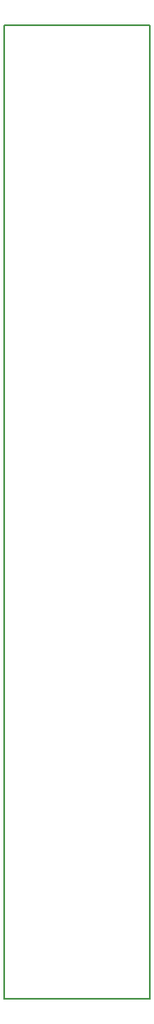
<source format=gbr>
G04 #@! TF.GenerationSoftware,KiCad,Pcbnew,(5.1.0)-1*
G04 #@! TF.CreationDate,2019-04-05T00:52:50-04:00*
G04 #@! TF.ProjectId,noize,6e6f697a-652e-46b6-9963-61645f706362,rev?*
G04 #@! TF.SameCoordinates,Original*
G04 #@! TF.FileFunction,Profile,NP*
%FSLAX46Y46*%
G04 Gerber Fmt 4.6, Leading zero omitted, Abs format (unit mm)*
G04 Created by KiCad (PCBNEW (5.1.0)-1) date 2019-04-05 00:52:50*
%MOMM*%
%LPD*%
G04 APERTURE LIST*
%ADD10C,0.150000*%
G04 APERTURE END LIST*
D10*
X161417000Y-98552000D02*
X146685000Y-98552000D01*
X161417000Y-196596000D02*
X161417000Y-98552000D01*
X146685000Y-196596000D02*
X161417000Y-196596000D01*
X146685000Y-98552000D02*
X146685000Y-196596000D01*
M02*

</source>
